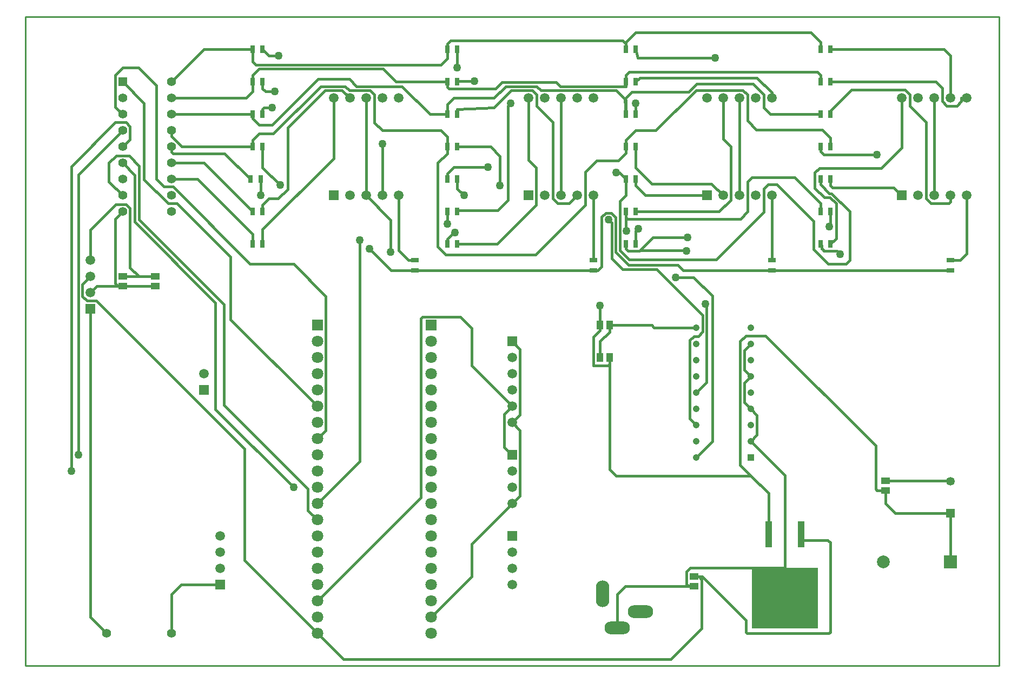
<source format=gtl>
G04*
G04 #@! TF.GenerationSoftware,Altium Limited,Altium Designer,20.0.12 (288)*
G04*
G04 Layer_Physical_Order=1*
G04 Layer_Color=255*
%FSLAX23Y23*%
%MOIN*%
G70*
G01*
G75*
%ADD14C,0.010*%
%ADD17R,0.411X0.378*%
%ADD18R,0.041X0.161*%
%ADD19R,0.031X0.049*%
%ADD20R,0.055X0.043*%
%ADD21R,0.043X0.055*%
%ADD22R,0.049X0.031*%
%ADD44C,0.015*%
%ADD45C,0.042*%
%ADD46R,0.042X0.042*%
%ADD47R,0.053X0.053*%
%ADD48C,0.053*%
%ADD49C,0.059*%
%ADD50R,0.059X0.059*%
%ADD51C,0.071*%
%ADD52R,0.071X0.071*%
%ADD53C,0.055*%
%ADD54R,0.055X0.055*%
%ADD55C,0.079*%
%ADD56R,0.079X0.079*%
%ADD57O,0.083X0.165*%
%ADD58O,0.157X0.079*%
%ADD59C,0.050*%
D14*
X1600Y5000D02*
X7600D01*
Y1000D02*
Y5000D01*
X1600Y1000D02*
X7600D01*
X1600D02*
Y5000D01*
D17*
X6280Y1418D02*
D03*
D18*
X6180Y1810D02*
D03*
X6380D02*
D03*
D19*
X3063Y4400D02*
D03*
X3000D02*
D03*
X5363D02*
D03*
X5300D02*
D03*
X5363Y3600D02*
D03*
X5300D02*
D03*
X6563D02*
D03*
X6500D02*
D03*
X4263Y4800D02*
D03*
X4200D02*
D03*
X3063Y4600D02*
D03*
X3000D02*
D03*
X3063Y4200D02*
D03*
X3000D02*
D03*
X3050Y4000D02*
D03*
X2987D02*
D03*
X3000Y4800D02*
D03*
X3063D02*
D03*
X3000Y3600D02*
D03*
X3063D02*
D03*
Y3800D02*
D03*
X3000D02*
D03*
X4263Y3600D02*
D03*
X4200D02*
D03*
X4263Y3800D02*
D03*
X4200D02*
D03*
X4263Y4200D02*
D03*
X4200D02*
D03*
X4263Y4600D02*
D03*
X4200D02*
D03*
X4263Y4400D02*
D03*
X4200D02*
D03*
X5363Y3800D02*
D03*
X5300D02*
D03*
X5363Y4000D02*
D03*
X5300D02*
D03*
X5363Y4200D02*
D03*
X5300D02*
D03*
X5363Y4600D02*
D03*
X5300D02*
D03*
X4263Y4000D02*
D03*
X4200D02*
D03*
X6500Y4800D02*
D03*
X6563D02*
D03*
X5300D02*
D03*
X5363D02*
D03*
X6500Y4600D02*
D03*
X6563D02*
D03*
X6500Y4400D02*
D03*
X6563D02*
D03*
Y4200D02*
D03*
X6500D02*
D03*
Y4000D02*
D03*
X6563D02*
D03*
X6500Y3800D02*
D03*
X6563D02*
D03*
D20*
X6900Y2140D02*
D03*
Y2081D02*
D03*
X2200Y3400D02*
D03*
Y3341D02*
D03*
X5720Y1550D02*
D03*
Y1490D02*
D03*
X2400Y3400D02*
D03*
Y3341D02*
D03*
D21*
X5200Y2900D02*
D03*
X5141D02*
D03*
X5200Y3100D02*
D03*
X5141D02*
D03*
D22*
X6200Y3500D02*
D03*
Y3437D02*
D03*
X7300Y3500D02*
D03*
Y3437D02*
D03*
X4000Y3500D02*
D03*
Y3437D02*
D03*
X5100Y3500D02*
D03*
Y3437D02*
D03*
D44*
X5294Y4494D02*
X5300Y4400D01*
X2500D02*
X3000D01*
X2500Y4500D02*
X2960D01*
X3000Y4540D01*
Y4600D01*
X6508Y3573D02*
X6514Y3567D01*
X6500Y3600D02*
X6508Y3592D01*
X6522Y3558D02*
X6602D01*
X6508Y3573D02*
Y3592D01*
X6514Y3567D02*
Y3567D01*
Y3567D02*
X6522Y3558D01*
X6602D02*
X6621Y3539D01*
X6556Y3913D02*
X6569D01*
X6682Y3800D01*
Y3502D02*
Y3800D01*
X6549Y3477D02*
X6658D01*
X6458Y3568D02*
X6549Y3477D01*
X6658D02*
X6682Y3502D01*
X3073Y4440D02*
X3120D01*
X3063Y4430D02*
X3073Y4440D01*
X5264Y3864D02*
X5300Y3900D01*
X5264Y3561D02*
Y3864D01*
Y3561D02*
X5320Y3504D01*
X5239Y3550D02*
Y3766D01*
Y3550D02*
X5318Y3471D01*
X5152Y3460D02*
Y3767D01*
X5177Y3793D01*
X5213D01*
X5239Y3766D01*
X5300Y3686D02*
X5306Y3680D01*
X5300Y3686D02*
Y3766D01*
X5195Y3750D02*
X5214Y3731D01*
X5100Y3500D02*
Y3900D01*
X5214Y3510D02*
Y3731D01*
Y3510D02*
X5280Y3444D01*
X3103Y4760D02*
X3160D01*
X3063Y4800D02*
X3103Y4760D01*
X3020Y4705D02*
X4160D01*
X3040Y4680D02*
X3805D01*
X3000Y4640D02*
X3040Y4680D01*
X3805D02*
X3884Y4600D01*
X3000Y4725D02*
X3020Y4705D01*
X4160D02*
X4200Y4745D01*
X6554Y3708D02*
X6563Y3717D01*
X6458Y3568D02*
Y3740D01*
X6230Y3968D02*
X6458Y3740D01*
X6563Y3717D02*
Y3800D01*
X6178Y3968D02*
X6230D01*
X6150Y3940D02*
X6178Y3968D01*
X6150Y3798D02*
Y3940D01*
X6597Y3634D02*
Y3850D01*
X6563Y3600D02*
X6597Y3634D01*
X6559Y3888D02*
X6597Y3850D01*
X6524Y3888D02*
X6559D01*
X5770Y1550D02*
X6040Y1280D01*
Y1209D02*
X6049Y1200D01*
X6040Y1209D02*
Y1280D01*
X6049Y1200D02*
X6551D01*
X5750Y1550D02*
X5770D01*
X6544Y1776D02*
X6560Y1760D01*
X6393Y1776D02*
X6544D01*
X6560Y1209D02*
Y1760D01*
X6551Y1200D02*
X6560Y1209D01*
X6380Y1789D02*
Y1810D01*
Y1789D02*
X6393Y1776D01*
X7100Y2140D02*
X7100Y2140D01*
X7297D02*
X7300Y2137D01*
X7100Y2140D02*
X7297D01*
X6840Y2090D02*
Y2357D01*
Y2090D02*
X6849Y2081D01*
X6900D01*
X5673Y3560D02*
X5676Y3557D01*
X5388Y3560D02*
X5673D01*
X5334Y3557D02*
X5385D01*
X5468Y3640D01*
X5680D01*
X5240Y4040D02*
X5260D01*
X5300Y4000D01*
X5255Y4115D02*
X5300Y4160D01*
X5120Y4115D02*
X5255D01*
X5300Y4160D02*
Y4200D01*
X5050Y4045D02*
X5120Y4115D01*
X3400Y1200D02*
X3560Y1040D01*
X5578D02*
X5769Y1231D01*
X3560Y1040D02*
X5578D01*
X6200Y3500D02*
Y3900D01*
X4000Y3437D02*
X5100D01*
X6200D02*
X6750D01*
X3700Y3900D02*
Y4500D01*
X4900Y3900D02*
Y4500D01*
X6000Y3900D02*
Y4500D01*
X7200Y3900D02*
Y4500D01*
X5200Y3100D02*
X5460D01*
X5475Y3085D01*
X5735D01*
X2200Y3341D02*
X2400D01*
X7300Y1640D02*
Y1940D01*
X2200Y3400D02*
X2300D01*
X4600Y3000D02*
X4648Y2952D01*
Y2548D02*
Y2952D01*
X4600Y2500D02*
X4648Y2548D01*
X4600Y2000D02*
X4648Y2048D01*
Y2452D01*
X4600Y2500D02*
X4648Y2452D01*
X6070Y2385D02*
X6280Y2175D01*
X5363Y3960D02*
Y4000D01*
Y3960D02*
X5423Y3900D01*
X5800D01*
X7300Y3500D02*
X7360D01*
X7400Y3540D01*
Y3900D01*
X6960Y1940D02*
X7300D01*
X6900Y2000D02*
X6960Y1940D01*
X6900Y2000D02*
Y2081D01*
X2500Y4600D02*
X2700Y4800D01*
X3000D01*
X2829Y4158D02*
X2987Y4000D01*
X2510Y4158D02*
X2829D01*
X2500Y4168D02*
X2510Y4158D01*
X2500Y4168D02*
Y4200D01*
X5248Y1440D02*
X5298Y1490D01*
X5248Y1236D02*
Y1440D01*
X2700Y4100D02*
X3000Y3800D01*
X2500Y4100D02*
X2700D01*
X4100Y1300D02*
X4350Y1550D01*
Y1750D01*
X4600Y2000D01*
X2500Y1200D02*
Y1440D01*
X2560Y1500D01*
X2800D01*
X5300Y4845D02*
X5360Y4905D01*
X6440D01*
X6500Y4845D01*
Y4800D02*
Y4845D01*
X5300Y4600D02*
Y4643D01*
X5320Y4663D01*
X6480D01*
X6500Y4643D01*
Y4600D02*
Y4643D01*
X6953Y3947D02*
X7000Y3900D01*
X6576Y3947D02*
X6953D01*
X6563Y3960D02*
X6576Y3947D01*
X6563Y3960D02*
Y4000D01*
X5300Y3591D02*
Y3600D01*
X4200Y3726D02*
Y3800D01*
X3400Y1400D02*
X4037Y2037D01*
Y3143D01*
X4047Y3153D01*
X4280D01*
X4350Y3083D01*
Y2850D02*
Y3083D01*
Y2850D02*
X4600Y2600D01*
X5363Y4071D02*
Y4200D01*
Y4071D02*
X5462Y3972D01*
X5828D01*
X5900Y3900D01*
X4200Y3600D02*
Y3632D01*
X4240Y3672D01*
X4248D01*
X5300Y3571D02*
X5314Y3557D01*
X5720Y1550D02*
X5750D01*
X5769Y1531D01*
Y1231D02*
Y1531D01*
X5141Y3069D02*
Y3100D01*
X5101Y3029D02*
X5141Y3069D01*
X5101Y2853D02*
Y3029D01*
Y2853D02*
X5190D01*
X5200Y2863D01*
X6280Y1418D02*
Y1604D01*
X5674Y1580D02*
X5698Y1604D01*
X5674Y1506D02*
Y1580D01*
Y1506D02*
X5690Y1490D01*
X5720D01*
X2000Y3500D02*
Y3688D01*
X2157Y3845D01*
X2220D01*
X2245Y3820D01*
Y3455D02*
Y3820D01*
Y3455D02*
X2300Y3400D01*
X2400D01*
X3900Y3560D02*
Y3900D01*
Y3560D02*
X3960Y3500D01*
X4000D01*
X2864Y3136D02*
X3400Y2600D01*
X2864Y3136D02*
Y3520D01*
X2534Y3850D02*
X2864Y3520D01*
X2480Y3850D02*
X2534D01*
X2331Y3999D02*
X2480Y3850D01*
X2331Y3999D02*
Y4469D01*
X2200Y4600D02*
X2331Y4469D01*
X1927Y4027D02*
X2200Y4300D01*
X1927Y2300D02*
Y4027D01*
X2200Y4200D02*
X2246Y4246D01*
Y4324D01*
X2220Y4350D02*
X2246Y4324D01*
X2155Y4350D02*
X2220D01*
X1884Y4079D02*
X2155Y4350D01*
X1884Y2200D02*
Y4079D01*
X1952Y3352D02*
X2000Y3400D01*
X1952Y3278D02*
Y3352D01*
Y3278D02*
X1980Y3250D01*
X2038D01*
X2950Y2338D01*
Y1650D02*
Y2338D01*
Y1650D02*
X3400Y1200D01*
X2116Y3984D02*
X2200Y3900D01*
X2116Y3984D02*
Y4102D01*
X2160Y4146D01*
X2240D01*
X2303Y4083D01*
Y3752D02*
Y4083D01*
Y3752D02*
X2826Y3229D01*
Y2607D02*
Y3229D01*
Y2607D02*
X3342Y2091D01*
Y1958D02*
Y2091D01*
Y1958D02*
X3400Y1900D01*
X5363Y3682D02*
X5377Y3696D01*
X5363Y3600D02*
Y3682D01*
X5280Y3444D02*
X5492D01*
X5774Y3162D01*
Y3060D02*
Y3162D01*
X5747Y3033D02*
X5774Y3060D01*
X5720Y3033D02*
X5747D01*
X5696Y3009D02*
X5720Y3033D01*
X5696Y2524D02*
Y3009D01*
Y2524D02*
X5735Y2485D01*
X4200Y4745D02*
Y4800D01*
X3000Y4725D02*
Y4800D01*
Y4600D02*
Y4640D01*
X3884Y4600D02*
X4200D01*
X3080Y4541D02*
X3137D01*
X3063Y4558D02*
X3080Y4541D01*
X3063Y4558D02*
Y4600D01*
X4263D02*
Y4604D01*
X5300Y4572D02*
Y4600D01*
X4872Y4597D02*
X4897Y4572D01*
X4538Y4597D02*
X4872D01*
X4498Y4557D02*
X4538Y4597D01*
X4210Y4557D02*
X4498D01*
X4200Y4567D02*
X4210Y4557D01*
X4200Y4567D02*
Y4600D01*
X5300Y4400D02*
Y4487D01*
X4778Y4547D02*
X5240D01*
X4753Y4572D02*
X4778Y4547D01*
X4561Y4572D02*
X4753D01*
X4488Y4500D02*
X4561Y4572D01*
X4240Y4500D02*
X4488D01*
X4200Y4460D02*
X4240Y4500D01*
X4200Y4400D02*
Y4460D01*
X4263Y3941D02*
X4304Y3900D01*
X4263Y3941D02*
Y4000D01*
X6563Y4800D02*
X7260D01*
X7300Y4760D01*
Y4500D02*
Y4760D01*
X6563Y4600D02*
X7210D01*
X7250Y4560D01*
Y4480D02*
Y4560D01*
Y4480D02*
X7278Y4452D01*
X7341D01*
X7369Y4480D01*
Y4500D02*
X7400D01*
X6500Y3800D02*
Y3853D01*
X6342Y4011D02*
X6500Y3853D01*
X6078Y4011D02*
X6342D01*
X6052Y3985D02*
X6078Y4011D01*
X6052Y3800D02*
Y3985D01*
X6008Y3756D02*
X6052Y3800D01*
X5310Y3756D02*
X6008D01*
X5300Y3766D02*
X5310Y3756D01*
X5300Y3766D02*
Y3800D01*
X6500Y3969D02*
Y4000D01*
Y3969D02*
X6556Y3913D01*
X5857Y3504D02*
X6150Y3798D01*
X5320Y3504D02*
X5857D01*
X5300Y3900D02*
Y4000D01*
X5363Y3800D02*
X5876D01*
X5948Y3872D01*
Y4200D01*
X5900Y4248D02*
X5948Y4200D01*
X5900Y4248D02*
Y4500D01*
X5363Y4400D02*
Y4469D01*
Y4600D02*
X5388Y4625D01*
X6109D01*
X6200Y4534D01*
Y4500D02*
Y4534D01*
X5363Y4800D02*
X5374Y4749D01*
X5851D01*
X6466Y3945D02*
X6524Y3888D01*
X6466Y3945D02*
Y4040D01*
X6495Y4069D01*
X6874D01*
X7000Y4195D01*
Y4500D01*
X6520Y4152D02*
X6848D01*
X6500Y4172D02*
X6520Y4152D01*
X6500Y4172D02*
Y4200D01*
X6563Y4400D02*
Y4423D01*
X6692Y4552D01*
X7020D01*
X7050Y4522D01*
Y4453D02*
Y4522D01*
Y4453D02*
X7152Y4351D01*
Y3880D02*
Y4351D01*
Y3880D02*
X7180Y3852D01*
X7290D01*
X7300Y3862D01*
Y3900D01*
X4263Y3600D02*
X4508D01*
X4748Y3840D01*
Y4070D01*
X4700Y4118D02*
X4748Y4070D01*
X4700Y4118D02*
Y4500D01*
X4574Y4450D02*
X4592Y4468D01*
X4574Y3870D02*
Y4450D01*
X4513Y3809D02*
X4574Y3870D01*
X4263Y3800D02*
Y3809D01*
X4526Y3961D02*
Y4141D01*
X4467Y4200D02*
X4526Y4141D01*
X4263Y4200D02*
X4467D01*
X4952Y3852D02*
X5000Y3900D01*
X4880Y3852D02*
X4952D01*
X4852Y3880D02*
X4880Y3852D01*
X4852Y3880D02*
Y4353D01*
X4752Y4453D02*
X4852Y4353D01*
X4752Y4453D02*
Y4520D01*
X4725Y4547D02*
X4752Y4520D01*
X4596Y4547D02*
X4725D01*
X4489Y4440D02*
X4596Y4547D01*
X4263Y4430D02*
X4489Y4440D01*
X4263Y4400D02*
Y4430D01*
Y4687D02*
Y4800D01*
X3063Y3600D02*
Y3691D01*
X3500Y4128D01*
Y4500D01*
X3553Y4547D02*
X3600Y4500D01*
X3447Y4547D02*
X3553D01*
X3217Y4317D02*
X3447Y4547D01*
X3217Y3939D02*
Y4317D01*
X3158Y3880D02*
X3217Y3939D01*
X3103Y3880D02*
X3158D01*
X3063Y3840D02*
X3103Y3880D01*
X3063Y3800D02*
Y3840D01*
X3050Y3900D02*
Y4000D01*
X3063Y4073D02*
X3171Y3965D01*
X3063Y4073D02*
Y4200D01*
X3800Y3900D02*
Y4218D01*
X3063Y4400D02*
Y4430D01*
X3723Y3570D02*
X3856Y3437D01*
X4000D01*
X5100D02*
X5129D01*
X5152Y3460D01*
X5318Y3471D02*
X5620D01*
X5654Y3437D01*
X2500Y4000D02*
X2660D01*
X3000Y3660D01*
Y3600D02*
Y3660D01*
X4240Y4074D02*
X4451D01*
X4200Y4034D02*
X4240Y4074D01*
X4200Y4000D02*
Y4034D01*
X2566Y4200D02*
X3000D01*
X2500Y4266D02*
X2566Y4200D01*
X2500Y4266D02*
Y4300D01*
X3000Y4200D02*
Y4240D01*
X3040Y4280D01*
X3128D01*
X3420Y4572D01*
X3572D01*
X3597Y4547D01*
X3725D01*
X3752Y4520D01*
Y4348D02*
Y4520D01*
Y4348D02*
X3800Y4300D01*
X4160D01*
X4200Y4260D01*
Y4200D02*
Y4260D01*
X5050Y3840D02*
Y4045D01*
X4744Y3534D02*
X5050Y3840D01*
X4192Y3534D02*
X4744D01*
X4141Y3585D02*
X4192Y3534D01*
X4141Y3585D02*
Y4100D01*
X4200Y4159D01*
Y4200D01*
X5300D02*
Y4240D01*
X5360Y4300D01*
X5486D01*
X5734Y4548D01*
X6022D01*
X6050Y4520D01*
Y4360D02*
Y4520D01*
Y4360D02*
X6105Y4305D01*
X6512D01*
X6563Y4254D01*
Y4200D02*
Y4254D01*
X3000Y4375D02*
Y4400D01*
Y4375D02*
X3040Y4335D01*
X3122D01*
X3404Y4617D01*
X3597D01*
X3642Y4572D01*
X3923D01*
X4095Y4400D01*
X4200D01*
X5294Y4494D02*
X5337Y4537D01*
X5687D01*
X5738Y4588D01*
X6084D01*
X6152Y4520D01*
Y4440D02*
Y4520D01*
Y4440D02*
X6192Y4400D01*
X6500D01*
X5300Y4800D02*
Y4835D01*
X5280Y4855D02*
X5300Y4835D01*
X4220Y4855D02*
X5280D01*
X4200Y4835D02*
X4220Y4855D01*
X4200Y4800D02*
Y4835D01*
X3700Y3900D02*
X3853Y3747D01*
Y3550D02*
Y3747D01*
X5609Y3396D02*
X5718D01*
X5834Y3280D01*
Y2384D02*
Y3280D01*
X5735Y2285D02*
X5834Y2384D01*
X5735Y2685D02*
X5799Y2749D01*
Y3224D01*
X5791Y3232D02*
X5799Y3224D01*
X3400Y2000D02*
X3663Y2263D01*
Y3626D01*
X2773Y2582D02*
X3255Y2100D01*
X2773Y2582D02*
Y3238D01*
X2274Y3737D02*
X2773Y3238D01*
X2274Y3737D02*
Y4026D01*
X2200Y4100D02*
X2274Y4026D01*
X3400Y2400D02*
X3453Y2453D01*
Y3279D01*
X3254Y3478D02*
X3453Y3279D01*
X2986Y3478D02*
X3254D01*
X2510Y3954D02*
X2986Y3478D01*
X2455Y3954D02*
X2510D01*
X2407Y4002D02*
X2455Y3954D01*
X2407Y4002D02*
Y4578D01*
X2297Y4688D02*
X2407Y4578D01*
X2200Y4688D02*
X2297D01*
X2154Y4642D02*
X2200Y4688D01*
X2154Y4446D02*
Y4642D01*
Y4446D02*
X2200Y4400D01*
X6031Y2824D02*
X6070Y2785D01*
X6031Y2824D02*
Y2946D01*
X6070Y2985D01*
X6031Y2624D02*
X6070Y2585D01*
X6031Y2624D02*
Y2746D01*
X6070Y2785D01*
Y2585D02*
X6109Y2546D01*
Y2424D02*
Y2546D01*
X6070Y2385D02*
X6109Y2424D01*
X5141Y2900D02*
Y3000D01*
X5200Y3059D01*
Y3100D01*
X6900Y2140D02*
X7100D01*
X2000Y3300D02*
X2041Y3341D01*
X2154Y3754D02*
X2200Y3800D01*
X2154Y3357D02*
Y3754D01*
Y3357D02*
X2170Y3341D01*
X6162Y3035D02*
X6840Y2357D01*
X6040Y3035D02*
X6162D01*
X6006Y3001D02*
X6040Y3035D01*
X6006Y2239D02*
Y3001D01*
X6180Y1810D02*
Y2065D01*
X6072Y2173D02*
X6180Y2065D01*
X5240Y2173D02*
X6072D01*
X5200Y2213D02*
X5240Y2173D01*
X5141Y3100D02*
Y3222D01*
X2000Y1300D02*
X2100Y1200D01*
X2000Y1300D02*
Y3200D01*
X4552Y2552D02*
X4600Y2600D01*
X4552Y2348D02*
Y2552D01*
Y2348D02*
X4600Y2300D01*
X7369Y4480D02*
Y4500D01*
X4263Y3809D02*
X4513D01*
X4263Y4604D02*
X4368D01*
X5654Y3437D02*
X6200D01*
X6750D02*
X7300D01*
X5314Y3557D02*
X5334D01*
X5300Y3571D02*
Y3591D01*
X5240Y4547D02*
X5294Y4494D01*
X5300Y4487D01*
X4897Y4572D02*
X5300D01*
Y4835D02*
Y4845D01*
X2041Y3341D02*
X2170D01*
X2200D01*
X5298Y1490D02*
X5690D01*
X5698Y1604D02*
X6280D01*
Y2175D01*
X6006Y2239D02*
X6072Y2173D01*
X5200Y2213D02*
Y2863D01*
Y2900D01*
D45*
X5735Y2285D02*
D03*
Y2385D02*
D03*
Y2485D02*
D03*
Y2585D02*
D03*
Y2685D02*
D03*
Y2785D02*
D03*
Y2885D02*
D03*
Y2985D02*
D03*
Y3085D02*
D03*
X6070D02*
D03*
Y2985D02*
D03*
Y2885D02*
D03*
Y2785D02*
D03*
Y2685D02*
D03*
Y2585D02*
D03*
Y2485D02*
D03*
Y2385D02*
D03*
D46*
Y2285D02*
D03*
D47*
X7300Y1940D02*
D03*
D48*
Y2137D02*
D03*
D49*
X2700Y2800D02*
D03*
X4600Y2200D02*
D03*
Y2100D02*
D03*
Y2000D02*
D03*
Y2500D02*
D03*
Y2600D02*
D03*
Y2700D02*
D03*
Y2800D02*
D03*
Y2900D02*
D03*
X2800Y1600D02*
D03*
Y1700D02*
D03*
Y1800D02*
D03*
X4600Y1700D02*
D03*
Y1600D02*
D03*
Y1500D02*
D03*
X3900Y4500D02*
D03*
X3800D02*
D03*
X3700D02*
D03*
X3600D02*
D03*
X3500D02*
D03*
X3900Y3900D02*
D03*
X3800D02*
D03*
X3700D02*
D03*
X3600D02*
D03*
X5100Y4500D02*
D03*
X5000D02*
D03*
X4900D02*
D03*
X4800D02*
D03*
X4700D02*
D03*
X5100Y3900D02*
D03*
X5000D02*
D03*
X4900D02*
D03*
X4800D02*
D03*
X7100D02*
D03*
X7200D02*
D03*
X7300D02*
D03*
X7400D02*
D03*
X7000Y4500D02*
D03*
X7100D02*
D03*
X7200D02*
D03*
X7300D02*
D03*
X7400D02*
D03*
X5900Y3900D02*
D03*
X6000D02*
D03*
X6100D02*
D03*
X6200D02*
D03*
X5800Y4500D02*
D03*
X5900D02*
D03*
X6000D02*
D03*
X6100D02*
D03*
X6200D02*
D03*
X2000Y3500D02*
D03*
Y3400D02*
D03*
Y3300D02*
D03*
D50*
X2700Y2700D02*
D03*
X4600Y2300D02*
D03*
Y3000D02*
D03*
X2800Y1500D02*
D03*
X4600Y1800D02*
D03*
X3500Y3900D02*
D03*
X4700D02*
D03*
X7000D02*
D03*
X5800D02*
D03*
X2000Y3200D02*
D03*
D51*
X4100Y2200D02*
D03*
Y2100D02*
D03*
Y2300D02*
D03*
Y2400D02*
D03*
Y2500D02*
D03*
Y2600D02*
D03*
Y2700D02*
D03*
Y2800D02*
D03*
Y2900D02*
D03*
Y3000D02*
D03*
Y2000D02*
D03*
Y1900D02*
D03*
Y1800D02*
D03*
Y1700D02*
D03*
Y1600D02*
D03*
Y1500D02*
D03*
Y1400D02*
D03*
Y1300D02*
D03*
Y1200D02*
D03*
X3400Y2200D02*
D03*
Y2100D02*
D03*
Y2300D02*
D03*
Y2400D02*
D03*
Y2500D02*
D03*
Y2600D02*
D03*
Y2700D02*
D03*
Y2800D02*
D03*
Y2900D02*
D03*
Y3000D02*
D03*
Y2000D02*
D03*
Y1900D02*
D03*
Y1800D02*
D03*
Y1700D02*
D03*
Y1600D02*
D03*
Y1500D02*
D03*
Y1400D02*
D03*
Y1300D02*
D03*
Y1200D02*
D03*
D52*
X4100Y3100D02*
D03*
X3400D02*
D03*
D53*
X2500Y1200D02*
D03*
X2100D02*
D03*
X2500Y3800D02*
D03*
Y3900D02*
D03*
Y4000D02*
D03*
Y4100D02*
D03*
Y4200D02*
D03*
Y4300D02*
D03*
Y4400D02*
D03*
Y4500D02*
D03*
Y4600D02*
D03*
X2200Y3800D02*
D03*
Y3900D02*
D03*
Y4000D02*
D03*
Y4100D02*
D03*
Y4200D02*
D03*
Y4300D02*
D03*
Y4400D02*
D03*
Y4500D02*
D03*
D54*
Y4600D02*
D03*
D55*
X6888Y1640D02*
D03*
D56*
X7300D02*
D03*
D57*
X5157Y1445D02*
D03*
D58*
X5248Y1236D02*
D03*
X5393Y1335D02*
D03*
D59*
X6621Y3539D02*
D03*
X3120Y4440D02*
D03*
X5306Y3680D02*
D03*
X5195Y3750D02*
D03*
X3160Y4760D02*
D03*
X6554Y3708D02*
D03*
X5676Y3557D02*
D03*
X5680Y3640D02*
D03*
X5240Y4040D02*
D03*
X4200Y3726D02*
D03*
X1927Y2300D02*
D03*
X1884Y2200D02*
D03*
X5377Y3696D02*
D03*
X3137Y4541D02*
D03*
X4368Y4604D02*
D03*
X4304Y3900D02*
D03*
X5363Y4469D02*
D03*
X5851Y4749D02*
D03*
X6848Y4152D02*
D03*
X4592Y4468D02*
D03*
X4526Y3961D02*
D03*
X4263Y4687D02*
D03*
X3050Y3900D02*
D03*
X3171Y3965D02*
D03*
X3800Y4218D02*
D03*
X3723Y3570D02*
D03*
X4248Y3672D02*
D03*
X4451Y4074D02*
D03*
X3853Y3550D02*
D03*
X5609Y3396D02*
D03*
X5791Y3232D02*
D03*
X3663Y3626D02*
D03*
X3255Y2100D02*
D03*
X5141Y3222D02*
D03*
M02*

</source>
